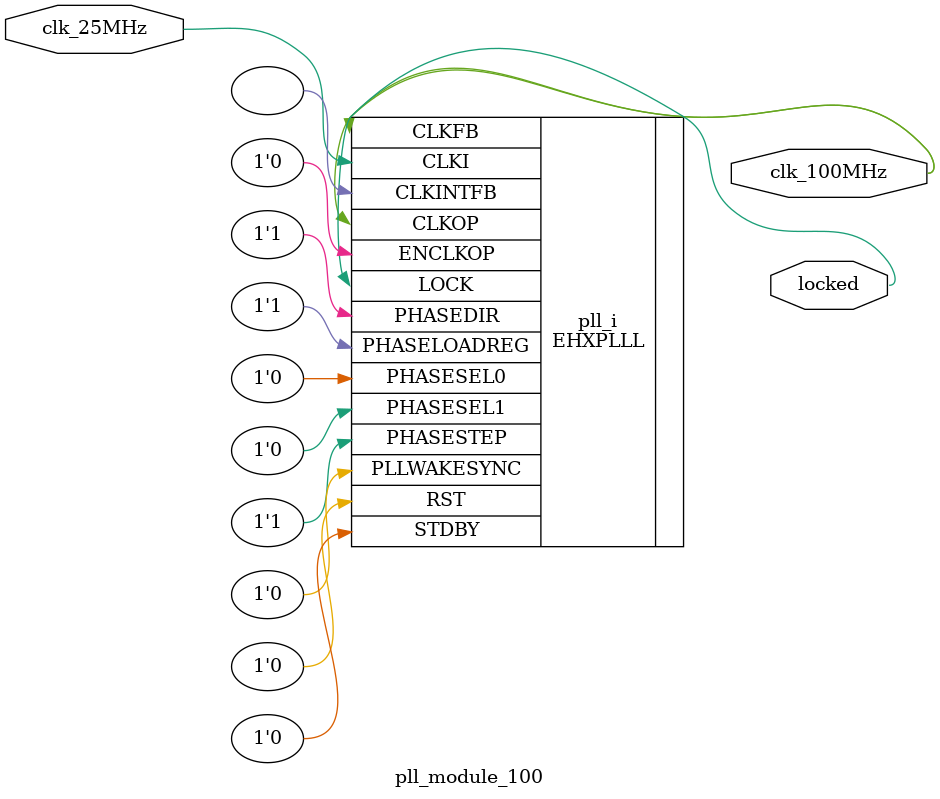
<source format=v>
module pll_module_100
(
    input clk_25MHz, // 25 MHz, 0 deg
    output clk_100MHz, // 100 MHz, 0 deg
    output locked
);
(* FREQUENCY_PIN_CLKI="25" *)
(* FREQUENCY_PIN_CLKOP="100" *)
(* ICP_CURRENT="12" *) (* LPF_RESISTOR="8" *) (* MFG_ENABLE_FILTEROPAMP="1" *) (* MFG_GMCREF_SEL="2" *)
EHXPLLL #(
        .PLLRST_ENA("DISABLED"),
        .INTFB_WAKE("DISABLED"),
        .STDBY_ENABLE("DISABLED"),
        .DPHASE_SOURCE("DISABLED"),
        .OUTDIVIDER_MUXA("DIVA"),
        .OUTDIVIDER_MUXB("DIVB"),
        .OUTDIVIDER_MUXC("DIVC"),
        .OUTDIVIDER_MUXD("DIVD"),
        .CLKI_DIV(1),
        .CLKOP_ENABLE("ENABLED"),
        .CLKOP_DIV(6),
        .CLKOP_CPHASE(2),
        .CLKOP_FPHASE(0),
        .FEEDBK_PATH("CLKOP"),
        .CLKFB_DIV(4)
    ) pll_i (
        .RST(1'b0),
        .STDBY(1'b0),
        .CLKI(clk_25MHz),
        .CLKOP(clk_100MHz),
        .CLKFB(clk_100MHz),
        .CLKINTFB(),
        .PHASESEL0(1'b0),
        .PHASESEL1(1'b0),
        .PHASEDIR(1'b1),
        .PHASESTEP(1'b1),
        .PHASELOADREG(1'b1),
        .PLLWAKESYNC(1'b0),
        .ENCLKOP(1'b0),
        .LOCK(locked)
	);
endmodule

</source>
